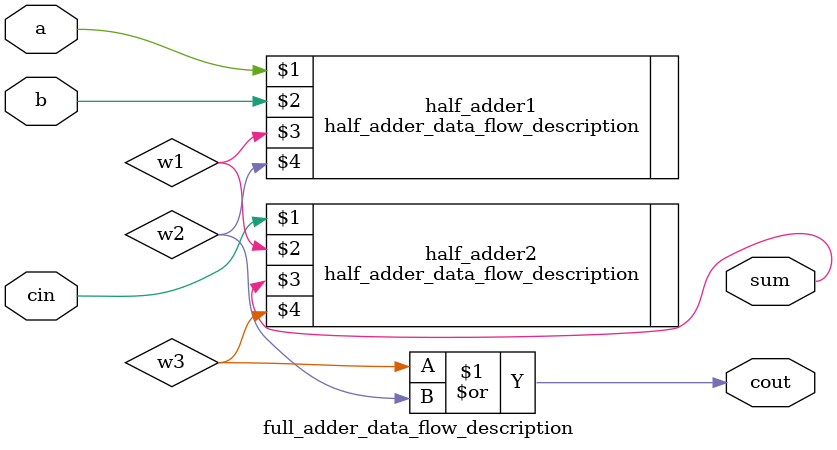
<source format=v>
module full_adder_data_flow_description(a, b, cin, sum, cout);
input a, b, cin;
output sum, cout;

wire w1, w2, w3;

half_adder_data_flow_description half_adder1(a, b, w1, w2);
half_adder_data_flow_description half_adder2(cin, w1, sum, w3);

assign cout = w3 | w2;
endmodule
</source>
